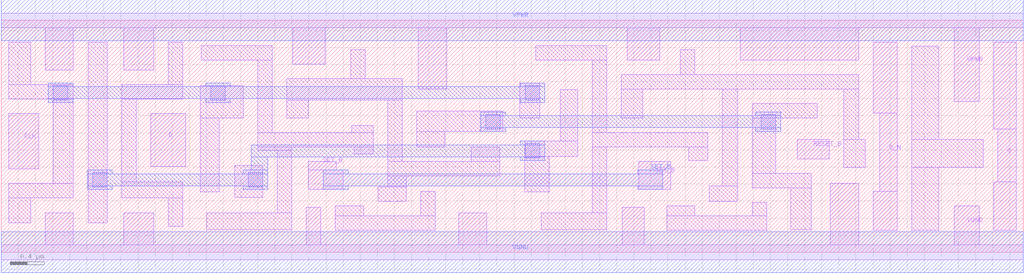
<source format=lef>
# Copyright 2020 The SkyWater PDK Authors
#
# Licensed under the Apache License, Version 2.0 (the "License");
# you may not use this file except in compliance with the License.
# You may obtain a copy of the License at
#
#     https://www.apache.org/licenses/LICENSE-2.0
#
# Unless required by applicable law or agreed to in writing, software
# distributed under the License is distributed on an "AS IS" BASIS,
# WITHOUT WARRANTIES OR CONDITIONS OF ANY KIND, either express or implied.
# See the License for the specific language governing permissions and
# limitations under the License.
#
# SPDX-License-Identifier: Apache-2.0

VERSION 5.5 ;
NAMESCASESENSITIVE ON ;
BUSBITCHARS "[]" ;
DIVIDERCHAR "/" ;
MACRO sky130_fd_sc_hd__dfbbp_1
  CLASS CORE ;
  SOURCE USER ;
  ORIGIN  0.000000  0.000000 ;
  SIZE  11.96000 BY  2.720000 ;
  SYMMETRY X Y R90 ;
  SITE unithd ;
  PIN D
    ANTENNAGATEAREA  0.126000 ;
    DIRECTION INPUT ;
    USE SIGNAL ;
    PORT
      LAYER li1 ;
        RECT 1.750000 1.005000 2.160000 1.625000 ;
    END
  END D
  PIN Q
    ANTENNADIFFAREA  0.429000 ;
    DIRECTION OUTPUT ;
    USE SIGNAL ;
    PORT
      LAYER li1 ;
        RECT 11.615000 0.255000 11.875000 0.825000 ;
        RECT 11.615000 1.445000 11.875000 2.465000 ;
        RECT 11.660000 0.825000 11.875000 1.445000 ;
    END
  END Q
  PIN Q_N
    ANTENNADIFFAREA  0.429000 ;
    DIRECTION OUTPUT ;
    USE SIGNAL ;
    PORT
      LAYER li1 ;
        RECT 10.200000 0.255000 10.485000 0.715000 ;
        RECT 10.200000 1.630000 10.485000 2.465000 ;
        RECT 10.280000 0.715000 10.485000 1.630000 ;
    END
  END Q_N
  PIN RESET_B
    ANTENNAGATEAREA  0.159000 ;
    DIRECTION INPUT ;
    USE SIGNAL ;
    PORT
      LAYER li1 ;
        RECT 9.315000 1.095000 9.690000 1.325000 ;
    END
  END RESET_B
  PIN SET_B
    ANTENNAGATEAREA  0.252000 ;
    DIRECTION INPUT ;
    USE SIGNAL ;
    PORT
      LAYER li1 ;
        RECT 3.590000 0.735000 4.000000 0.965000 ;
        RECT 3.590000 0.965000 3.920000 1.065000 ;
    END
    PORT
      LAYER li1 ;
        RECT 7.460000 0.735000 7.835000 1.065000 ;
    END
    PORT
      LAYER met1 ;
        RECT 3.770000 0.735000 4.060000 0.780000 ;
        RECT 3.770000 0.780000 7.740000 0.920000 ;
        RECT 3.770000 0.920000 4.060000 0.965000 ;
        RECT 7.450000 0.735000 7.740000 0.780000 ;
        RECT 7.450000 0.920000 7.740000 0.965000 ;
    END
  END SET_B
  PIN CLK
    ANTENNAGATEAREA  0.159000 ;
    DIRECTION INPUT ;
    USE CLOCK ;
    PORT
      LAYER li1 ;
        RECT 0.085000 0.975000 0.440000 1.625000 ;
    END
  END CLK
  PIN VGND
    DIRECTION INOUT ;
    SHAPE ABUTMENT ;
    USE GROUND ;
    PORT
      LAYER li1 ;
        RECT  0.000000 -0.085000 11.960000 0.085000 ;
        RECT  0.515000  0.085000  0.845000 0.465000 ;
        RECT  1.435000  0.085000  1.785000 0.465000 ;
        RECT  3.570000  0.085000  3.740000 0.525000 ;
        RECT  5.350000  0.085000  5.680000 0.465000 ;
        RECT  7.265000  0.085000  7.525000 0.525000 ;
        RECT  9.700000  0.085000 10.030000 0.805000 ;
        RECT 11.150000  0.085000 11.445000 0.545000 ;
    END
    PORT
      LAYER met1 ;
        RECT 0.000000 -0.240000 11.960000 0.240000 ;
    END
  END VGND
  PIN VPWR
    DIRECTION INOUT ;
    SHAPE ABUTMENT ;
    USE POWER ;
    PORT
      LAYER li1 ;
        RECT  0.000000 2.635000 11.960000 2.805000 ;
        RECT  0.515000 2.135000  0.845000 2.635000 ;
        RECT  1.435000 2.135000  1.785000 2.635000 ;
        RECT  3.410000 2.205000  3.790000 2.635000 ;
        RECT  4.880000 1.915000  5.210000 2.635000 ;
        RECT  7.325000 2.255000  7.705000 2.635000 ;
        RECT  8.645000 2.255000 10.030000 2.635000 ;
        RECT 11.150000 1.765000 11.445000 2.635000 ;
    END
    PORT
      LAYER met1 ;
        RECT 0.000000 2.480000 11.960000 2.960000 ;
    END
  END VPWR
  OBS
    LAYER li1 ;
      RECT  0.085000 0.345000  0.345000 0.635000 ;
      RECT  0.085000 0.635000  0.840000 0.805000 ;
      RECT  0.085000 1.795000  0.840000 1.965000 ;
      RECT  0.085000 1.965000  0.345000 2.465000 ;
      RECT  0.610000 0.805000  0.840000 1.795000 ;
      RECT  1.015000 0.345000  1.240000 2.465000 ;
      RECT  1.410000 0.635000  2.125000 0.825000 ;
      RECT  1.410000 0.825000  1.580000 1.795000 ;
      RECT  1.410000 1.795000  2.125000 1.965000 ;
      RECT  1.955000 0.305000  2.125000 0.635000 ;
      RECT  1.955000 1.965000  2.125000 2.465000 ;
      RECT  2.330000 0.705000  2.550000 1.575000 ;
      RECT  2.330000 1.575000  2.830000 1.955000 ;
      RECT  2.340000 2.250000  3.170000 2.420000 ;
      RECT  2.405000 0.265000  3.400000 0.465000 ;
      RECT  2.730000 0.645000  3.060000 1.015000 ;
      RECT  3.000000 1.195000  3.400000 1.235000 ;
      RECT  3.000000 1.235000  4.350000 1.405000 ;
      RECT  3.000000 1.405000  3.170000 2.250000 ;
      RECT  3.230000 0.465000  3.400000 1.195000 ;
      RECT  3.340000 1.575000  3.590000 1.785000 ;
      RECT  3.340000 1.785000  4.690000 2.035000 ;
      RECT  3.910000 0.255000  5.080000 0.425000 ;
      RECT  3.910000 0.425000  4.240000 0.545000 ;
      RECT  4.090000 2.035000  4.260000 2.375000 ;
      RECT  4.100000 1.405000  4.350000 1.485000 ;
      RECT  4.130000 1.155000  4.350000 1.235000 ;
      RECT  4.410000 0.595000  4.740000 0.765000 ;
      RECT  4.520000 0.765000  4.740000 0.895000 ;
      RECT  4.520000 0.895000  5.830000 1.065000 ;
      RECT  4.520000 1.065000  4.690000 1.785000 ;
      RECT  4.860000 1.235000  5.190000 1.415000 ;
      RECT  4.860000 1.415000  5.865000 1.655000 ;
      RECT  4.910000 0.425000  5.080000 0.715000 ;
      RECT  5.500000 1.065000  5.830000 1.235000 ;
      RECT  6.065000 1.575000  6.300000 1.985000 ;
      RECT  6.125000 0.705000  6.410000 1.125000 ;
      RECT  6.125000 1.125000  6.745000 1.305000 ;
      RECT  6.255000 2.250000  7.085000 2.420000 ;
      RECT  6.320000 0.265000  7.085000 0.465000 ;
      RECT  6.540000 1.305000  6.745000 1.905000 ;
      RECT  6.915000 0.465000  7.085000 1.235000 ;
      RECT  6.915000 1.235000  8.265000 1.405000 ;
      RECT  6.915000 1.405000  7.085000 2.250000 ;
      RECT  7.255000 1.575000  7.505000 1.915000 ;
      RECT  7.255000 1.915000 10.030000 2.085000 ;
      RECT  7.785000 0.255000  8.955000 0.425000 ;
      RECT  7.785000 0.425000  8.115000 0.545000 ;
      RECT  7.945000 2.085000  8.115000 2.375000 ;
      RECT  8.045000 1.075000  8.265000 1.235000 ;
      RECT  8.285000 0.595000  8.615000 0.780000 ;
      RECT  8.435000 0.780000  8.615000 1.915000 ;
      RECT  8.785000 0.425000  8.955000 0.585000 ;
      RECT  8.785000 0.755000  9.475000 0.925000 ;
      RECT  8.785000 0.925000  9.060000 1.575000 ;
      RECT  8.785000 1.575000  9.545000 1.745000 ;
      RECT  9.240000 0.265000  9.475000 0.755000 ;
      RECT  9.860000 0.995000 10.110000 1.325000 ;
      RECT  9.860000 1.325000 10.030000 1.915000 ;
      RECT 10.655000 0.255000 10.970000 0.995000 ;
      RECT 10.655000 0.995000 11.490000 1.325000 ;
      RECT 10.655000 1.325000 10.970000 2.415000 ;
    LAYER mcon ;
      RECT 0.610000 1.785000 0.780000 1.955000 ;
      RECT 1.070000 0.765000 1.240000 0.935000 ;
      RECT 2.450000 1.785000 2.620000 1.955000 ;
      RECT 2.890000 0.765000 3.060000 0.935000 ;
      RECT 5.670000 1.445000 5.840000 1.615000 ;
      RECT 6.130000 1.105000 6.300000 1.275000 ;
      RECT 6.130000 1.785000 6.300000 1.955000 ;
      RECT 8.890000 1.445000 9.060000 1.615000 ;
    LAYER met1 ;
      RECT 0.550000 1.755000 0.840000 1.800000 ;
      RECT 0.550000 1.800000 6.360000 1.940000 ;
      RECT 0.550000 1.940000 0.840000 1.985000 ;
      RECT 1.010000 0.735000 1.300000 0.780000 ;
      RECT 1.010000 0.780000 3.120000 0.920000 ;
      RECT 1.010000 0.920000 1.300000 0.965000 ;
      RECT 2.390000 1.755000 2.680000 1.800000 ;
      RECT 2.390000 1.940000 2.680000 1.985000 ;
      RECT 2.830000 0.735000 3.120000 0.780000 ;
      RECT 2.830000 0.920000 3.120000 0.965000 ;
      RECT 2.925000 0.965000 3.120000 1.120000 ;
      RECT 2.925000 1.120000 6.360000 1.260000 ;
      RECT 5.610000 1.415000 5.900000 1.460000 ;
      RECT 5.610000 1.460000 9.120000 1.600000 ;
      RECT 5.610000 1.600000 5.900000 1.645000 ;
      RECT 6.070000 1.075000 6.360000 1.120000 ;
      RECT 6.070000 1.260000 6.360000 1.305000 ;
      RECT 6.070000 1.755000 6.360000 1.800000 ;
      RECT 6.070000 1.940000 6.360000 1.985000 ;
      RECT 8.830000 1.415000 9.120000 1.460000 ;
      RECT 8.830000 1.600000 9.120000 1.645000 ;
  END
END sky130_fd_sc_hd__dfbbp_1
END LIBRARY

</source>
